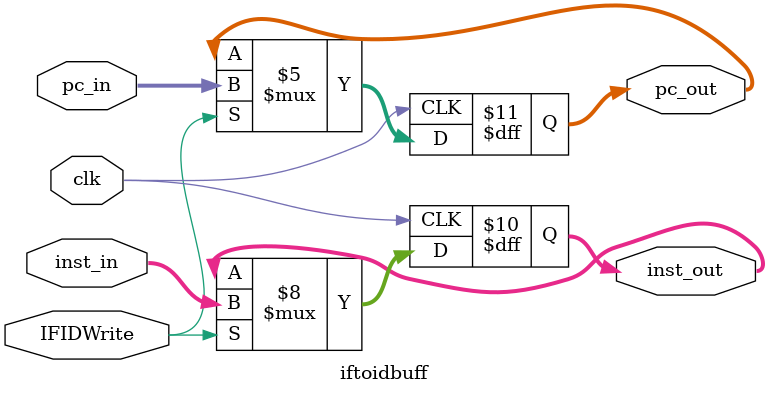
<source format=v>
`timescale 1ns / 1ps


module iftoidbuff(clk, IFIDWrite, inst_in, pc_in,inst_out, pc_out);
input IFIDWrite;
input [31:0]inst_in;
input [31:0]pc_in;
output reg [31:0]inst_out;
output reg [31:0]pc_out;

input clk;

initial
begin
    inst_out = 0;
    pc_out = 0;
end

always@(posedge clk)
begin
    // only pass inputs to outputs if we are allowing IF/ID buffer to write, else hold current values
    if (IFIDWrite == 1)
    begin
        inst_out = inst_in;
        pc_out = pc_in;
    end     
end

endmodule

</source>
